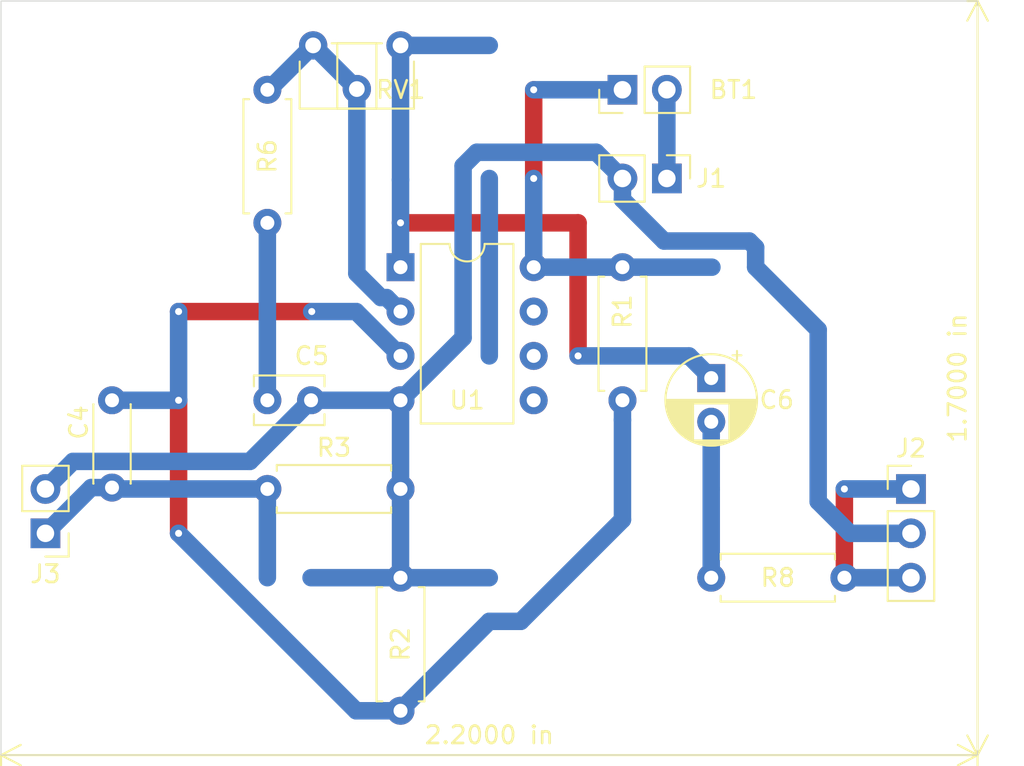
<source format=kicad_pcb>
(kicad_pcb (version 20171130) (host pcbnew "(5.1.5)-3")

  (general
    (thickness 1.6)
    (drawings 6)
    (tracks 88)
    (zones 0)
    (modules 14)
    (nets 11)
  )

  (page A4)
  (layers
    (0 F.Cu signal)
    (31 B.Cu signal)
    (32 B.Adhes user hide)
    (33 F.Adhes user hide)
    (34 B.Paste user hide)
    (35 F.Paste user hide)
    (36 B.SilkS user hide)
    (37 F.SilkS user)
    (38 B.Mask user hide)
    (39 F.Mask user hide)
    (40 Dwgs.User user hide)
    (41 Cmts.User user hide)
    (42 Eco1.User user hide)
    (43 Eco2.User user hide)
    (44 Edge.Cuts user)
    (45 Margin user hide)
    (46 B.CrtYd user hide)
    (47 F.CrtYd user hide)
    (48 B.Fab user hide)
    (49 F.Fab user hide)
  )

  (setup
    (last_trace_width 1)
    (trace_clearance 0.2)
    (zone_clearance 0.508)
    (zone_45_only no)
    (trace_min 0.2)
    (via_size 0.8)
    (via_drill 0.4)
    (via_min_size 0.4)
    (via_min_drill 0.3)
    (uvia_size 0.3)
    (uvia_drill 0.1)
    (uvias_allowed no)
    (uvia_min_size 0.2)
    (uvia_min_drill 0.1)
    (edge_width 0.05)
    (segment_width 0.2)
    (pcb_text_width 0.3)
    (pcb_text_size 1.5 1.5)
    (mod_edge_width 0.12)
    (mod_text_size 1 1)
    (mod_text_width 0.15)
    (pad_size 1.524 1.524)
    (pad_drill 0.762)
    (pad_to_mask_clearance 0.051)
    (solder_mask_min_width 0.25)
    (aux_axis_origin 0 0)
    (grid_origin 127 68.58)
    (visible_elements 7FFFEFFF)
    (pcbplotparams
      (layerselection 0x01020_ffffffff)
      (usegerberextensions false)
      (usegerberattributes false)
      (usegerberadvancedattributes false)
      (creategerberjobfile false)
      (excludeedgelayer true)
      (linewidth 0.100000)
      (plotframeref false)
      (viasonmask false)
      (mode 1)
      (useauxorigin false)
      (hpglpennumber 1)
      (hpglpenspeed 20)
      (hpglpendiameter 15.000000)
      (psnegative false)
      (psa4output false)
      (plotreference true)
      (plotvalue true)
      (plotinvisibletext false)
      (padsonsilk false)
      (subtractmaskfromsilk false)
      (outputformat 4)
      (mirror false)
      (drillshape 0)
      (scaleselection 1)
      (outputdirectory "minimal"))
  )

  (net 0 "")
  (net 1 "Net-(BT1-Pad2)")
  (net 2 /+9V)
  (net 3 GND)
  (net 4 "Net-(C4-Pad1)")
  (net 5 "Net-(C5-Pad1)")
  (net 6 "Net-(C6-Pad2)")
  (net 7 "Net-(C6-Pad1)")
  (net 8 "Net-(J2-Pad1)")
  (net 9 "Net-(R6-Pad1)")
  (net 10 "Net-(C4-Pad2)")

  (net_class Default "This is the default net class."
    (clearance 0.2)
    (trace_width 1)
    (via_dia 0.8)
    (via_drill 0.4)
    (uvia_dia 0.3)
    (uvia_drill 0.1)
    (add_net /+9V)
    (add_net GND)
    (add_net "Net-(BT1-Pad2)")
    (add_net "Net-(C4-Pad1)")
    (add_net "Net-(C4-Pad2)")
    (add_net "Net-(C5-Pad1)")
    (add_net "Net-(C6-Pad1)")
    (add_net "Net-(C6-Pad2)")
    (add_net "Net-(J2-Pad1)")
    (add_net "Net-(R6-Pad1)")
  )

  (module Capacitor_THT:C_Disc_D4.3mm_W1.9mm_P5.00mm (layer F.Cu) (tedit 5AE50EF0) (tstamp 5E840D5E)
    (at 133.35 91.44 270)
    (descr "C, Disc series, Radial, pin pitch=5.00mm, , diameter*width=4.3*1.9mm^2, Capacitor, http://www.vishay.com/docs/45233/krseries.pdf")
    (tags "C Disc series Radial pin pitch 5.00mm  diameter 4.3mm width 1.9mm Capacitor")
    (path /5E8C40C7)
    (fp_text reference C4 (at 1.27 1.905 90) (layer F.SilkS)
      (effects (font (size 1 1) (thickness 0.15)))
    )
    (fp_text value 100n (at 2.5 2.2 90) (layer F.Fab)
      (effects (font (size 1 1) (thickness 0.15)))
    )
    (fp_text user %R (at 2.5 0 90) (layer F.Fab)
      (effects (font (size 0.86 0.86) (thickness 0.129)))
    )
    (fp_line (start 6.05 -1.2) (end -1.05 -1.2) (layer F.CrtYd) (width 0.05))
    (fp_line (start 6.05 1.2) (end 6.05 -1.2) (layer F.CrtYd) (width 0.05))
    (fp_line (start -1.05 1.2) (end 6.05 1.2) (layer F.CrtYd) (width 0.05))
    (fp_line (start -1.05 -1.2) (end -1.05 1.2) (layer F.CrtYd) (width 0.05))
    (fp_line (start 4.77 1.055) (end 4.77 1.07) (layer F.SilkS) (width 0.12))
    (fp_line (start 4.77 -1.07) (end 4.77 -1.055) (layer F.SilkS) (width 0.12))
    (fp_line (start 0.23 1.055) (end 0.23 1.07) (layer F.SilkS) (width 0.12))
    (fp_line (start 0.23 -1.07) (end 0.23 -1.055) (layer F.SilkS) (width 0.12))
    (fp_line (start 0.23 1.07) (end 4.77 1.07) (layer F.SilkS) (width 0.12))
    (fp_line (start 0.23 -1.07) (end 4.77 -1.07) (layer F.SilkS) (width 0.12))
    (fp_line (start 4.65 -0.95) (end 0.35 -0.95) (layer F.Fab) (width 0.1))
    (fp_line (start 4.65 0.95) (end 4.65 -0.95) (layer F.Fab) (width 0.1))
    (fp_line (start 0.35 0.95) (end 4.65 0.95) (layer F.Fab) (width 0.1))
    (fp_line (start 0.35 -0.95) (end 0.35 0.95) (layer F.Fab) (width 0.1))
    (pad 2 thru_hole circle (at 5 0 270) (size 1.6 1.6) (drill 0.8) (layers *.Cu *.Mask)
      (net 10 "Net-(C4-Pad2)"))
    (pad 1 thru_hole circle (at 0 0 270) (size 1.6 1.6) (drill 0.8) (layers *.Cu *.Mask)
      (net 4 "Net-(C4-Pad1)"))
    (model ${KISYS3DMOD}/Capacitor_THT.3dshapes/C_Disc_D4.3mm_W1.9mm_P5.00mm.wrl
      (at (xyz 0 0 0))
      (scale (xyz 1 1 1))
      (rotate (xyz 0 0 0))
    )
  )

  (module Package_DIP:DIP-8_W7.62mm (layer F.Cu) (tedit 5A02E8C5) (tstamp 5E83D9B6)
    (at 149.86 83.82)
    (descr "8-lead though-hole mounted DIP package, row spacing 7.62 mm (300 mils)")
    (tags "THT DIP DIL PDIP 2.54mm 7.62mm 300mil")
    (path /5E8A2DA0)
    (fp_text reference U1 (at 3.81 7.62) (layer F.SilkS)
      (effects (font (size 1 1) (thickness 0.15)))
    )
    (fp_text value LM358 (at 3.81 9.95) (layer F.Fab)
      (effects (font (size 1 1) (thickness 0.15)))
    )
    (fp_text user %R (at 3.81 3.81) (layer F.Fab)
      (effects (font (size 1 1) (thickness 0.15)))
    )
    (fp_line (start 8.7 -1.55) (end -1.1 -1.55) (layer F.CrtYd) (width 0.05))
    (fp_line (start 8.7 9.15) (end 8.7 -1.55) (layer F.CrtYd) (width 0.05))
    (fp_line (start -1.1 9.15) (end 8.7 9.15) (layer F.CrtYd) (width 0.05))
    (fp_line (start -1.1 -1.55) (end -1.1 9.15) (layer F.CrtYd) (width 0.05))
    (fp_line (start 6.46 -1.33) (end 4.81 -1.33) (layer F.SilkS) (width 0.12))
    (fp_line (start 6.46 8.95) (end 6.46 -1.33) (layer F.SilkS) (width 0.12))
    (fp_line (start 1.16 8.95) (end 6.46 8.95) (layer F.SilkS) (width 0.12))
    (fp_line (start 1.16 -1.33) (end 1.16 8.95) (layer F.SilkS) (width 0.12))
    (fp_line (start 2.81 -1.33) (end 1.16 -1.33) (layer F.SilkS) (width 0.12))
    (fp_line (start 0.635 -0.27) (end 1.635 -1.27) (layer F.Fab) (width 0.1))
    (fp_line (start 0.635 8.89) (end 0.635 -0.27) (layer F.Fab) (width 0.1))
    (fp_line (start 6.985 8.89) (end 0.635 8.89) (layer F.Fab) (width 0.1))
    (fp_line (start 6.985 -1.27) (end 6.985 8.89) (layer F.Fab) (width 0.1))
    (fp_line (start 1.635 -1.27) (end 6.985 -1.27) (layer F.Fab) (width 0.1))
    (fp_arc (start 3.81 -1.33) (end 2.81 -1.33) (angle -180) (layer F.SilkS) (width 0.12))
    (pad 8 thru_hole oval (at 7.62 0) (size 1.6 1.6) (drill 0.8) (layers *.Cu *.Mask)
      (net 2 /+9V))
    (pad 4 thru_hole oval (at 0 7.62) (size 1.6 1.6) (drill 0.8) (layers *.Cu *.Mask)
      (net 3 GND))
    (pad 7 thru_hole oval (at 7.62 2.54) (size 1.6 1.6) (drill 0.8) (layers *.Cu *.Mask))
    (pad 3 thru_hole oval (at 0 5.08) (size 1.6 1.6) (drill 0.8) (layers *.Cu *.Mask)
      (net 4 "Net-(C4-Pad1)"))
    (pad 6 thru_hole oval (at 7.62 5.08) (size 1.6 1.6) (drill 0.8) (layers *.Cu *.Mask))
    (pad 2 thru_hole oval (at 0 2.54) (size 1.6 1.6) (drill 0.8) (layers *.Cu *.Mask)
      (net 9 "Net-(R6-Pad1)"))
    (pad 5 thru_hole oval (at 7.62 7.62) (size 1.6 1.6) (drill 0.8) (layers *.Cu *.Mask))
    (pad 1 thru_hole rect (at 0 0) (size 1.6 1.6) (drill 0.8) (layers *.Cu *.Mask)
      (net 7 "Net-(C6-Pad1)"))
    (model ${KISYS3DMOD}/Package_DIP.3dshapes/DIP-8_W7.62mm.wrl
      (at (xyz 0 0 0))
      (scale (xyz 1 1 1))
      (rotate (xyz 0 0 0))
    )
  )

  (module Potentiometer_THT:Potentiometer_ACP_CA6-H2,5_Horizontal (layer F.Cu) (tedit 5A3D4994) (tstamp 5E83FB56)
    (at 149.86 71.12 270)
    (descr "Potentiometer, horizontal, ACP CA6-H2,5, http://www.acptechnologies.com/wp-content/uploads/2017/06/01-ACP-CA6.pdf")
    (tags "Potentiometer horizontal ACP CA6-H2,5")
    (path /5E8D18B4)
    (fp_text reference RV1 (at 2.54 0 180) (layer F.SilkS)
      (effects (font (size 1 1) (thickness 0.15)))
    )
    (fp_text value 220k (at 0 7.06 90) (layer F.Fab)
      (effects (font (size 1 1) (thickness 0.15)))
    )
    (fp_text user %R (at 2.5 2.5 90) (layer F.Fab)
      (effects (font (size 0.78 0.78) (thickness 0.15)))
    )
    (fp_line (start 3.75 -1.1) (end -1.1 -1.1) (layer F.CrtYd) (width 0.05))
    (fp_line (start 3.75 6.1) (end 3.75 -1.1) (layer F.CrtYd) (width 0.05))
    (fp_line (start -1.1 6.1) (end 3.75 6.1) (layer F.CrtYd) (width 0.05))
    (fp_line (start -1.1 -1.1) (end -1.1 6.1) (layer F.CrtYd) (width 0.05))
    (fp_line (start 3.62 1.38) (end 3.62 3.62) (layer F.SilkS) (width 0.12))
    (fp_line (start -0.121 1.38) (end -0.121 3.62) (layer F.SilkS) (width 0.12))
    (fp_line (start -0.121 3.62) (end 3.62 3.62) (layer F.SilkS) (width 0.12))
    (fp_line (start -0.121 1.38) (end 3.62 1.38) (layer F.SilkS) (width 0.12))
    (fp_line (start -0.121 1.066) (end -0.121 3.935) (layer F.SilkS) (width 0.12))
    (fp_line (start 3.62 -0.77) (end 3.62 5.77) (layer F.SilkS) (width 0.12))
    (fp_line (start 0.925 5.77) (end 3.62 5.77) (layer F.SilkS) (width 0.12))
    (fp_line (start 0.925 -0.77) (end 3.62 -0.77) (layer F.SilkS) (width 0.12))
    (fp_line (start 3.5 1.5) (end 0 1.5) (layer F.Fab) (width 0.1))
    (fp_line (start 3.5 3.5) (end 3.5 1.5) (layer F.Fab) (width 0.1))
    (fp_line (start 0 3.5) (end 3.5 3.5) (layer F.Fab) (width 0.1))
    (fp_line (start 0 1.5) (end 0 3.5) (layer F.Fab) (width 0.1))
    (fp_line (start 0 -0.65) (end 3.5 -0.65) (layer F.Fab) (width 0.1))
    (fp_line (start 0 5.65) (end 0 -0.65) (layer F.Fab) (width 0.1))
    (fp_line (start 3.5 5.65) (end 0 5.65) (layer F.Fab) (width 0.1))
    (fp_line (start 3.5 -0.65) (end 3.5 5.65) (layer F.Fab) (width 0.1))
    (pad 1 thru_hole circle (at 0 0 270) (size 1.62 1.62) (drill 0.9) (layers *.Cu *.Mask)
      (net 7 "Net-(C6-Pad1)"))
    (pad 2 thru_hole circle (at 2.5 2.5 270) (size 1.62 1.62) (drill 0.9) (layers *.Cu *.Mask)
      (net 9 "Net-(R6-Pad1)"))
    (pad 3 thru_hole circle (at 0 5 270) (size 1.62 1.62) (drill 0.9) (layers *.Cu *.Mask)
      (net 9 "Net-(R6-Pad1)"))
    (model ${KISYS3DMOD}/Potentiometer_THT.3dshapes/Potentiometer_ACP_CA6-H2,5_Horizontal.wrl
      (at (xyz 0 0 0))
      (scale (xyz 1 1 1))
      (rotate (xyz 0 0 0))
    )
  )

  (module Resistor_THT:R_Axial_DIN0207_L6.3mm_D2.5mm_P7.62mm_Horizontal (layer F.Cu) (tedit 5AE5139B) (tstamp 5E83D967)
    (at 175.26 101.6 180)
    (descr "Resistor, Axial_DIN0207 series, Axial, Horizontal, pin pitch=7.62mm, 0.25W = 1/4W, length*diameter=6.3*2.5mm^2, http://cdn-reichelt.de/documents/datenblatt/B400/1_4W%23YAG.pdf")
    (tags "Resistor Axial_DIN0207 series Axial Horizontal pin pitch 7.62mm 0.25W = 1/4W length 6.3mm diameter 2.5mm")
    (path /5E8E30EB)
    (fp_text reference R8 (at 3.81 0) (layer F.SilkS)
      (effects (font (size 1 1) (thickness 0.15)))
    )
    (fp_text value 50 (at 3.81 2.37) (layer F.Fab)
      (effects (font (size 1 1) (thickness 0.15)))
    )
    (fp_text user %R (at 3.81 0) (layer F.Fab)
      (effects (font (size 1 1) (thickness 0.15)))
    )
    (fp_line (start 8.67 -1.5) (end -1.05 -1.5) (layer F.CrtYd) (width 0.05))
    (fp_line (start 8.67 1.5) (end 8.67 -1.5) (layer F.CrtYd) (width 0.05))
    (fp_line (start -1.05 1.5) (end 8.67 1.5) (layer F.CrtYd) (width 0.05))
    (fp_line (start -1.05 -1.5) (end -1.05 1.5) (layer F.CrtYd) (width 0.05))
    (fp_line (start 7.08 1.37) (end 7.08 1.04) (layer F.SilkS) (width 0.12))
    (fp_line (start 0.54 1.37) (end 7.08 1.37) (layer F.SilkS) (width 0.12))
    (fp_line (start 0.54 1.04) (end 0.54 1.37) (layer F.SilkS) (width 0.12))
    (fp_line (start 7.08 -1.37) (end 7.08 -1.04) (layer F.SilkS) (width 0.12))
    (fp_line (start 0.54 -1.37) (end 7.08 -1.37) (layer F.SilkS) (width 0.12))
    (fp_line (start 0.54 -1.04) (end 0.54 -1.37) (layer F.SilkS) (width 0.12))
    (fp_line (start 7.62 0) (end 6.96 0) (layer F.Fab) (width 0.1))
    (fp_line (start 0 0) (end 0.66 0) (layer F.Fab) (width 0.1))
    (fp_line (start 6.96 -1.25) (end 0.66 -1.25) (layer F.Fab) (width 0.1))
    (fp_line (start 6.96 1.25) (end 6.96 -1.25) (layer F.Fab) (width 0.1))
    (fp_line (start 0.66 1.25) (end 6.96 1.25) (layer F.Fab) (width 0.1))
    (fp_line (start 0.66 -1.25) (end 0.66 1.25) (layer F.Fab) (width 0.1))
    (pad 2 thru_hole oval (at 7.62 0 180) (size 1.6 1.6) (drill 0.8) (layers *.Cu *.Mask)
      (net 6 "Net-(C6-Pad2)"))
    (pad 1 thru_hole circle (at 0 0 180) (size 1.6 1.6) (drill 0.8) (layers *.Cu *.Mask)
      (net 8 "Net-(J2-Pad1)"))
    (model ${KISYS3DMOD}/Resistor_THT.3dshapes/R_Axial_DIN0207_L6.3mm_D2.5mm_P7.62mm_Horizontal.wrl
      (at (xyz 0 0 0))
      (scale (xyz 1 1 1))
      (rotate (xyz 0 0 0))
    )
  )

  (module Resistor_THT:R_Axial_DIN0207_L6.3mm_D2.5mm_P7.62mm_Horizontal (layer F.Cu) (tedit 5AE5139B) (tstamp 5E83D939)
    (at 142.24 73.66 270)
    (descr "Resistor, Axial_DIN0207 series, Axial, Horizontal, pin pitch=7.62mm, 0.25W = 1/4W, length*diameter=6.3*2.5mm^2, http://cdn-reichelt.de/documents/datenblatt/B400/1_4W%23YAG.pdf")
    (tags "Resistor Axial_DIN0207 series Axial Horizontal pin pitch 7.62mm 0.25W = 1/4W length 6.3mm diameter 2.5mm")
    (path /5E8D3C22)
    (fp_text reference R6 (at 3.81 0 90) (layer F.SilkS)
      (effects (font (size 1 1) (thickness 0.15)))
    )
    (fp_text value 100k (at 3.81 2.37 90) (layer F.Fab)
      (effects (font (size 1 1) (thickness 0.15)))
    )
    (fp_text user %R (at 3.81 0 90) (layer F.Fab)
      (effects (font (size 1 1) (thickness 0.15)))
    )
    (fp_line (start 8.67 -1.5) (end -1.05 -1.5) (layer F.CrtYd) (width 0.05))
    (fp_line (start 8.67 1.5) (end 8.67 -1.5) (layer F.CrtYd) (width 0.05))
    (fp_line (start -1.05 1.5) (end 8.67 1.5) (layer F.CrtYd) (width 0.05))
    (fp_line (start -1.05 -1.5) (end -1.05 1.5) (layer F.CrtYd) (width 0.05))
    (fp_line (start 7.08 1.37) (end 7.08 1.04) (layer F.SilkS) (width 0.12))
    (fp_line (start 0.54 1.37) (end 7.08 1.37) (layer F.SilkS) (width 0.12))
    (fp_line (start 0.54 1.04) (end 0.54 1.37) (layer F.SilkS) (width 0.12))
    (fp_line (start 7.08 -1.37) (end 7.08 -1.04) (layer F.SilkS) (width 0.12))
    (fp_line (start 0.54 -1.37) (end 7.08 -1.37) (layer F.SilkS) (width 0.12))
    (fp_line (start 0.54 -1.04) (end 0.54 -1.37) (layer F.SilkS) (width 0.12))
    (fp_line (start 7.62 0) (end 6.96 0) (layer F.Fab) (width 0.1))
    (fp_line (start 0 0) (end 0.66 0) (layer F.Fab) (width 0.1))
    (fp_line (start 6.96 -1.25) (end 0.66 -1.25) (layer F.Fab) (width 0.1))
    (fp_line (start 6.96 1.25) (end 6.96 -1.25) (layer F.Fab) (width 0.1))
    (fp_line (start 0.66 1.25) (end 6.96 1.25) (layer F.Fab) (width 0.1))
    (fp_line (start 0.66 -1.25) (end 0.66 1.25) (layer F.Fab) (width 0.1))
    (pad 2 thru_hole oval (at 7.62 0 270) (size 1.6 1.6) (drill 0.8) (layers *.Cu *.Mask)
      (net 5 "Net-(C5-Pad1)"))
    (pad 1 thru_hole circle (at 0 0 270) (size 1.6 1.6) (drill 0.8) (layers *.Cu *.Mask)
      (net 9 "Net-(R6-Pad1)"))
    (model ${KISYS3DMOD}/Resistor_THT.3dshapes/R_Axial_DIN0207_L6.3mm_D2.5mm_P7.62mm_Horizontal.wrl
      (at (xyz 0 0 0))
      (scale (xyz 1 1 1))
      (rotate (xyz 0 0 0))
    )
  )

  (module Resistor_THT:R_Axial_DIN0207_L6.3mm_D2.5mm_P7.62mm_Horizontal (layer F.Cu) (tedit 5AE5139B) (tstamp 5E83D8DD)
    (at 149.86 109.22 90)
    (descr "Resistor, Axial_DIN0207 series, Axial, Horizontal, pin pitch=7.62mm, 0.25W = 1/4W, length*diameter=6.3*2.5mm^2, http://cdn-reichelt.de/documents/datenblatt/B400/1_4W%23YAG.pdf")
    (tags "Resistor Axial_DIN0207 series Axial Horizontal pin pitch 7.62mm 0.25W = 1/4W length 6.3mm diameter 2.5mm")
    (path /5E89E222)
    (fp_text reference R2 (at 3.81 0 90) (layer F.SilkS)
      (effects (font (size 1 1) (thickness 0.15)))
    )
    (fp_text value 1M (at 3.81 2.37 90) (layer F.Fab)
      (effects (font (size 1 1) (thickness 0.15)))
    )
    (fp_text user %R (at 3.81 0 90) (layer F.Fab)
      (effects (font (size 1 1) (thickness 0.15)))
    )
    (fp_line (start 8.67 -1.5) (end -1.05 -1.5) (layer F.CrtYd) (width 0.05))
    (fp_line (start 8.67 1.5) (end 8.67 -1.5) (layer F.CrtYd) (width 0.05))
    (fp_line (start -1.05 1.5) (end 8.67 1.5) (layer F.CrtYd) (width 0.05))
    (fp_line (start -1.05 -1.5) (end -1.05 1.5) (layer F.CrtYd) (width 0.05))
    (fp_line (start 7.08 1.37) (end 7.08 1.04) (layer F.SilkS) (width 0.12))
    (fp_line (start 0.54 1.37) (end 7.08 1.37) (layer F.SilkS) (width 0.12))
    (fp_line (start 0.54 1.04) (end 0.54 1.37) (layer F.SilkS) (width 0.12))
    (fp_line (start 7.08 -1.37) (end 7.08 -1.04) (layer F.SilkS) (width 0.12))
    (fp_line (start 0.54 -1.37) (end 7.08 -1.37) (layer F.SilkS) (width 0.12))
    (fp_line (start 0.54 -1.04) (end 0.54 -1.37) (layer F.SilkS) (width 0.12))
    (fp_line (start 7.62 0) (end 6.96 0) (layer F.Fab) (width 0.1))
    (fp_line (start 0 0) (end 0.66 0) (layer F.Fab) (width 0.1))
    (fp_line (start 6.96 -1.25) (end 0.66 -1.25) (layer F.Fab) (width 0.1))
    (fp_line (start 6.96 1.25) (end 6.96 -1.25) (layer F.Fab) (width 0.1))
    (fp_line (start 0.66 1.25) (end 6.96 1.25) (layer F.Fab) (width 0.1))
    (fp_line (start 0.66 -1.25) (end 0.66 1.25) (layer F.Fab) (width 0.1))
    (pad 2 thru_hole oval (at 7.62 0 90) (size 1.6 1.6) (drill 0.8) (layers *.Cu *.Mask)
      (net 3 GND))
    (pad 1 thru_hole circle (at 0 0 90) (size 1.6 1.6) (drill 0.8) (layers *.Cu *.Mask)
      (net 4 "Net-(C4-Pad1)"))
    (model ${KISYS3DMOD}/Resistor_THT.3dshapes/R_Axial_DIN0207_L6.3mm_D2.5mm_P7.62mm_Horizontal.wrl
      (at (xyz 0 0 0))
      (scale (xyz 1 1 1))
      (rotate (xyz 0 0 0))
    )
  )

  (module Resistor_THT:R_Axial_DIN0207_L6.3mm_D2.5mm_P7.62mm_Horizontal (layer F.Cu) (tedit 5AE5139B) (tstamp 5E83D8C6)
    (at 162.56 83.82 270)
    (descr "Resistor, Axial_DIN0207 series, Axial, Horizontal, pin pitch=7.62mm, 0.25W = 1/4W, length*diameter=6.3*2.5mm^2, http://cdn-reichelt.de/documents/datenblatt/B400/1_4W%23YAG.pdf")
    (tags "Resistor Axial_DIN0207 series Axial Horizontal pin pitch 7.62mm 0.25W = 1/4W length 6.3mm diameter 2.5mm")
    (path /5E89DB39)
    (fp_text reference R1 (at 2.54 0 90) (layer F.SilkS)
      (effects (font (size 1 1) (thickness 0.15)))
    )
    (fp_text value 1M (at 3.81 2.37 90) (layer F.Fab)
      (effects (font (size 1 1) (thickness 0.15)))
    )
    (fp_text user %R (at 3.81 0 90) (layer F.Fab)
      (effects (font (size 1 1) (thickness 0.15)))
    )
    (fp_line (start 8.67 -1.5) (end -1.05 -1.5) (layer F.CrtYd) (width 0.05))
    (fp_line (start 8.67 1.5) (end 8.67 -1.5) (layer F.CrtYd) (width 0.05))
    (fp_line (start -1.05 1.5) (end 8.67 1.5) (layer F.CrtYd) (width 0.05))
    (fp_line (start -1.05 -1.5) (end -1.05 1.5) (layer F.CrtYd) (width 0.05))
    (fp_line (start 7.08 1.37) (end 7.08 1.04) (layer F.SilkS) (width 0.12))
    (fp_line (start 0.54 1.37) (end 7.08 1.37) (layer F.SilkS) (width 0.12))
    (fp_line (start 0.54 1.04) (end 0.54 1.37) (layer F.SilkS) (width 0.12))
    (fp_line (start 7.08 -1.37) (end 7.08 -1.04) (layer F.SilkS) (width 0.12))
    (fp_line (start 0.54 -1.37) (end 7.08 -1.37) (layer F.SilkS) (width 0.12))
    (fp_line (start 0.54 -1.04) (end 0.54 -1.37) (layer F.SilkS) (width 0.12))
    (fp_line (start 7.62 0) (end 6.96 0) (layer F.Fab) (width 0.1))
    (fp_line (start 0 0) (end 0.66 0) (layer F.Fab) (width 0.1))
    (fp_line (start 6.96 -1.25) (end 0.66 -1.25) (layer F.Fab) (width 0.1))
    (fp_line (start 6.96 1.25) (end 6.96 -1.25) (layer F.Fab) (width 0.1))
    (fp_line (start 0.66 1.25) (end 6.96 1.25) (layer F.Fab) (width 0.1))
    (fp_line (start 0.66 -1.25) (end 0.66 1.25) (layer F.Fab) (width 0.1))
    (pad 2 thru_hole oval (at 7.62 0 270) (size 1.6 1.6) (drill 0.8) (layers *.Cu *.Mask)
      (net 4 "Net-(C4-Pad1)"))
    (pad 1 thru_hole circle (at 0 0 270) (size 1.6 1.6) (drill 0.8) (layers *.Cu *.Mask)
      (net 2 /+9V))
    (model ${KISYS3DMOD}/Resistor_THT.3dshapes/R_Axial_DIN0207_L6.3mm_D2.5mm_P7.62mm_Horizontal.wrl
      (at (xyz 0 0 0))
      (scale (xyz 1 1 1))
      (rotate (xyz 0 0 0))
    )
  )

  (module Connector_PinHeader_2.54mm:PinHeader_1x02_P2.54mm_Vertical (layer F.Cu) (tedit 59FED5CC) (tstamp 5E83D8AF)
    (at 129.54 99.06 180)
    (descr "Through hole straight pin header, 1x02, 2.54mm pitch, single row")
    (tags "Through hole pin header THT 1x02 2.54mm single row")
    (path /5E84F976)
    (fp_text reference J3 (at 0 -2.33) (layer F.SilkS)
      (effects (font (size 1 1) (thickness 0.15)))
    )
    (fp_text value Conn_01x02_Male (at 0 4.87) (layer F.Fab)
      (effects (font (size 1 1) (thickness 0.15)))
    )
    (fp_text user %R (at 0 1.27 90) (layer F.Fab)
      (effects (font (size 1 1) (thickness 0.15)))
    )
    (fp_line (start 1.8 -1.8) (end -1.8 -1.8) (layer F.CrtYd) (width 0.05))
    (fp_line (start 1.8 4.35) (end 1.8 -1.8) (layer F.CrtYd) (width 0.05))
    (fp_line (start -1.8 4.35) (end 1.8 4.35) (layer F.CrtYd) (width 0.05))
    (fp_line (start -1.8 -1.8) (end -1.8 4.35) (layer F.CrtYd) (width 0.05))
    (fp_line (start -1.33 -1.33) (end 0 -1.33) (layer F.SilkS) (width 0.12))
    (fp_line (start -1.33 0) (end -1.33 -1.33) (layer F.SilkS) (width 0.12))
    (fp_line (start -1.33 1.27) (end 1.33 1.27) (layer F.SilkS) (width 0.12))
    (fp_line (start 1.33 1.27) (end 1.33 3.87) (layer F.SilkS) (width 0.12))
    (fp_line (start -1.33 1.27) (end -1.33 3.87) (layer F.SilkS) (width 0.12))
    (fp_line (start -1.33 3.87) (end 1.33 3.87) (layer F.SilkS) (width 0.12))
    (fp_line (start -1.27 -0.635) (end -0.635 -1.27) (layer F.Fab) (width 0.1))
    (fp_line (start -1.27 3.81) (end -1.27 -0.635) (layer F.Fab) (width 0.1))
    (fp_line (start 1.27 3.81) (end -1.27 3.81) (layer F.Fab) (width 0.1))
    (fp_line (start 1.27 -1.27) (end 1.27 3.81) (layer F.Fab) (width 0.1))
    (fp_line (start -0.635 -1.27) (end 1.27 -1.27) (layer F.Fab) (width 0.1))
    (pad 2 thru_hole oval (at 0 2.54 180) (size 1.7 1.7) (drill 1) (layers *.Cu *.Mask)
      (net 3 GND))
    (pad 1 thru_hole rect (at 0 0 180) (size 1.7 1.7) (drill 1) (layers *.Cu *.Mask)
      (net 10 "Net-(C4-Pad2)"))
    (model ${KISYS3DMOD}/Connector_PinHeader_2.54mm.3dshapes/PinHeader_1x02_P2.54mm_Vertical.wrl
      (at (xyz 0 0 0))
      (scale (xyz 1 1 1))
      (rotate (xyz 0 0 0))
    )
  )

  (module Connector_PinHeader_2.54mm:PinHeader_1x03_P2.54mm_Vertical (layer F.Cu) (tedit 59FED5CC) (tstamp 5E83D899)
    (at 179.07 96.52)
    (descr "Through hole straight pin header, 1x03, 2.54mm pitch, single row")
    (tags "Through hole pin header THT 1x03 2.54mm single row")
    (path /5E8E0CC6)
    (fp_text reference J2 (at 0 -2.33) (layer F.SilkS)
      (effects (font (size 1 1) (thickness 0.15)))
    )
    (fp_text value Conn_01x03_Male (at 0 7.41) (layer F.Fab)
      (effects (font (size 1 1) (thickness 0.15)))
    )
    (fp_text user %R (at 0 2.54 90) (layer F.Fab)
      (effects (font (size 1 1) (thickness 0.15)))
    )
    (fp_line (start 1.8 -1.8) (end -1.8 -1.8) (layer F.CrtYd) (width 0.05))
    (fp_line (start 1.8 6.85) (end 1.8 -1.8) (layer F.CrtYd) (width 0.05))
    (fp_line (start -1.8 6.85) (end 1.8 6.85) (layer F.CrtYd) (width 0.05))
    (fp_line (start -1.8 -1.8) (end -1.8 6.85) (layer F.CrtYd) (width 0.05))
    (fp_line (start -1.33 -1.33) (end 0 -1.33) (layer F.SilkS) (width 0.12))
    (fp_line (start -1.33 0) (end -1.33 -1.33) (layer F.SilkS) (width 0.12))
    (fp_line (start -1.33 1.27) (end 1.33 1.27) (layer F.SilkS) (width 0.12))
    (fp_line (start 1.33 1.27) (end 1.33 6.41) (layer F.SilkS) (width 0.12))
    (fp_line (start -1.33 1.27) (end -1.33 6.41) (layer F.SilkS) (width 0.12))
    (fp_line (start -1.33 6.41) (end 1.33 6.41) (layer F.SilkS) (width 0.12))
    (fp_line (start -1.27 -0.635) (end -0.635 -1.27) (layer F.Fab) (width 0.1))
    (fp_line (start -1.27 6.35) (end -1.27 -0.635) (layer F.Fab) (width 0.1))
    (fp_line (start 1.27 6.35) (end -1.27 6.35) (layer F.Fab) (width 0.1))
    (fp_line (start 1.27 -1.27) (end 1.27 6.35) (layer F.Fab) (width 0.1))
    (fp_line (start -0.635 -1.27) (end 1.27 -1.27) (layer F.Fab) (width 0.1))
    (pad 3 thru_hole oval (at 0 5.08) (size 1.7 1.7) (drill 1) (layers *.Cu *.Mask)
      (net 8 "Net-(J2-Pad1)"))
    (pad 2 thru_hole oval (at 0 2.54) (size 1.7 1.7) (drill 1) (layers *.Cu *.Mask)
      (net 3 GND))
    (pad 1 thru_hole rect (at 0 0) (size 1.7 1.7) (drill 1) (layers *.Cu *.Mask)
      (net 8 "Net-(J2-Pad1)"))
    (model ${KISYS3DMOD}/Connector_PinHeader_2.54mm.3dshapes/PinHeader_1x03_P2.54mm_Vertical.wrl
      (at (xyz 0 0 0))
      (scale (xyz 1 1 1))
      (rotate (xyz 0 0 0))
    )
  )

  (module Connector_PinHeader_2.54mm:PinHeader_1x02_P2.54mm_Vertical (layer F.Cu) (tedit 59FED5CC) (tstamp 5E83D882)
    (at 165.1 78.74 270)
    (descr "Through hole straight pin header, 1x02, 2.54mm pitch, single row")
    (tags "Through hole pin header THT 1x02 2.54mm single row")
    (path /5E81264D)
    (fp_text reference J1 (at 0 -2.54 180) (layer F.SilkS)
      (effects (font (size 1 1) (thickness 0.15)))
    )
    (fp_text value Conn_01x02_Male (at 0 4.87 90) (layer F.Fab)
      (effects (font (size 1 1) (thickness 0.15)))
    )
    (fp_text user %R (at 0 1.27) (layer F.Fab)
      (effects (font (size 1 1) (thickness 0.15)))
    )
    (fp_line (start 1.8 -1.8) (end -1.8 -1.8) (layer F.CrtYd) (width 0.05))
    (fp_line (start 1.8 4.35) (end 1.8 -1.8) (layer F.CrtYd) (width 0.05))
    (fp_line (start -1.8 4.35) (end 1.8 4.35) (layer F.CrtYd) (width 0.05))
    (fp_line (start -1.8 -1.8) (end -1.8 4.35) (layer F.CrtYd) (width 0.05))
    (fp_line (start -1.33 -1.33) (end 0 -1.33) (layer F.SilkS) (width 0.12))
    (fp_line (start -1.33 0) (end -1.33 -1.33) (layer F.SilkS) (width 0.12))
    (fp_line (start -1.33 1.27) (end 1.33 1.27) (layer F.SilkS) (width 0.12))
    (fp_line (start 1.33 1.27) (end 1.33 3.87) (layer F.SilkS) (width 0.12))
    (fp_line (start -1.33 1.27) (end -1.33 3.87) (layer F.SilkS) (width 0.12))
    (fp_line (start -1.33 3.87) (end 1.33 3.87) (layer F.SilkS) (width 0.12))
    (fp_line (start -1.27 -0.635) (end -0.635 -1.27) (layer F.Fab) (width 0.1))
    (fp_line (start -1.27 3.81) (end -1.27 -0.635) (layer F.Fab) (width 0.1))
    (fp_line (start 1.27 3.81) (end -1.27 3.81) (layer F.Fab) (width 0.1))
    (fp_line (start 1.27 -1.27) (end 1.27 3.81) (layer F.Fab) (width 0.1))
    (fp_line (start -0.635 -1.27) (end 1.27 -1.27) (layer F.Fab) (width 0.1))
    (pad 2 thru_hole oval (at 0 2.54 270) (size 1.7 1.7) (drill 1) (layers *.Cu *.Mask)
      (net 3 GND))
    (pad 1 thru_hole rect (at 0 0 270) (size 1.7 1.7) (drill 1) (layers *.Cu *.Mask)
      (net 1 "Net-(BT1-Pad2)"))
    (model ${KISYS3DMOD}/Connector_PinHeader_2.54mm.3dshapes/PinHeader_1x02_P2.54mm_Vertical.wrl
      (at (xyz 0 0 0))
      (scale (xyz 1 1 1))
      (rotate (xyz 0 0 0))
    )
  )

  (module Capacitor_THT:CP_Radial_D5.0mm_P2.50mm (layer F.Cu) (tedit 5AE50EF0) (tstamp 5E83D86C)
    (at 167.64 90.17 270)
    (descr "CP, Radial series, Radial, pin pitch=2.50mm, , diameter=5mm, Electrolytic Capacitor")
    (tags "CP Radial series Radial pin pitch 2.50mm  diameter 5mm Electrolytic Capacitor")
    (path /5E8DD33E)
    (fp_text reference C6 (at 1.25 -3.75 180) (layer F.SilkS)
      (effects (font (size 1 1) (thickness 0.15)))
    )
    (fp_text value 100u (at 1.25 3.75 90) (layer F.Fab)
      (effects (font (size 1 1) (thickness 0.15)))
    )
    (fp_text user %R (at 1.25 0 90) (layer F.Fab)
      (effects (font (size 1 1) (thickness 0.15)))
    )
    (fp_line (start -1.304775 -1.725) (end -1.304775 -1.225) (layer F.SilkS) (width 0.12))
    (fp_line (start -1.554775 -1.475) (end -1.054775 -1.475) (layer F.SilkS) (width 0.12))
    (fp_line (start 3.851 -0.284) (end 3.851 0.284) (layer F.SilkS) (width 0.12))
    (fp_line (start 3.811 -0.518) (end 3.811 0.518) (layer F.SilkS) (width 0.12))
    (fp_line (start 3.771 -0.677) (end 3.771 0.677) (layer F.SilkS) (width 0.12))
    (fp_line (start 3.731 -0.805) (end 3.731 0.805) (layer F.SilkS) (width 0.12))
    (fp_line (start 3.691 -0.915) (end 3.691 0.915) (layer F.SilkS) (width 0.12))
    (fp_line (start 3.651 -1.011) (end 3.651 1.011) (layer F.SilkS) (width 0.12))
    (fp_line (start 3.611 -1.098) (end 3.611 1.098) (layer F.SilkS) (width 0.12))
    (fp_line (start 3.571 -1.178) (end 3.571 1.178) (layer F.SilkS) (width 0.12))
    (fp_line (start 3.531 1.04) (end 3.531 1.251) (layer F.SilkS) (width 0.12))
    (fp_line (start 3.531 -1.251) (end 3.531 -1.04) (layer F.SilkS) (width 0.12))
    (fp_line (start 3.491 1.04) (end 3.491 1.319) (layer F.SilkS) (width 0.12))
    (fp_line (start 3.491 -1.319) (end 3.491 -1.04) (layer F.SilkS) (width 0.12))
    (fp_line (start 3.451 1.04) (end 3.451 1.383) (layer F.SilkS) (width 0.12))
    (fp_line (start 3.451 -1.383) (end 3.451 -1.04) (layer F.SilkS) (width 0.12))
    (fp_line (start 3.411 1.04) (end 3.411 1.443) (layer F.SilkS) (width 0.12))
    (fp_line (start 3.411 -1.443) (end 3.411 -1.04) (layer F.SilkS) (width 0.12))
    (fp_line (start 3.371 1.04) (end 3.371 1.5) (layer F.SilkS) (width 0.12))
    (fp_line (start 3.371 -1.5) (end 3.371 -1.04) (layer F.SilkS) (width 0.12))
    (fp_line (start 3.331 1.04) (end 3.331 1.554) (layer F.SilkS) (width 0.12))
    (fp_line (start 3.331 -1.554) (end 3.331 -1.04) (layer F.SilkS) (width 0.12))
    (fp_line (start 3.291 1.04) (end 3.291 1.605) (layer F.SilkS) (width 0.12))
    (fp_line (start 3.291 -1.605) (end 3.291 -1.04) (layer F.SilkS) (width 0.12))
    (fp_line (start 3.251 1.04) (end 3.251 1.653) (layer F.SilkS) (width 0.12))
    (fp_line (start 3.251 -1.653) (end 3.251 -1.04) (layer F.SilkS) (width 0.12))
    (fp_line (start 3.211 1.04) (end 3.211 1.699) (layer F.SilkS) (width 0.12))
    (fp_line (start 3.211 -1.699) (end 3.211 -1.04) (layer F.SilkS) (width 0.12))
    (fp_line (start 3.171 1.04) (end 3.171 1.743) (layer F.SilkS) (width 0.12))
    (fp_line (start 3.171 -1.743) (end 3.171 -1.04) (layer F.SilkS) (width 0.12))
    (fp_line (start 3.131 1.04) (end 3.131 1.785) (layer F.SilkS) (width 0.12))
    (fp_line (start 3.131 -1.785) (end 3.131 -1.04) (layer F.SilkS) (width 0.12))
    (fp_line (start 3.091 1.04) (end 3.091 1.826) (layer F.SilkS) (width 0.12))
    (fp_line (start 3.091 -1.826) (end 3.091 -1.04) (layer F.SilkS) (width 0.12))
    (fp_line (start 3.051 1.04) (end 3.051 1.864) (layer F.SilkS) (width 0.12))
    (fp_line (start 3.051 -1.864) (end 3.051 -1.04) (layer F.SilkS) (width 0.12))
    (fp_line (start 3.011 1.04) (end 3.011 1.901) (layer F.SilkS) (width 0.12))
    (fp_line (start 3.011 -1.901) (end 3.011 -1.04) (layer F.SilkS) (width 0.12))
    (fp_line (start 2.971 1.04) (end 2.971 1.937) (layer F.SilkS) (width 0.12))
    (fp_line (start 2.971 -1.937) (end 2.971 -1.04) (layer F.SilkS) (width 0.12))
    (fp_line (start 2.931 1.04) (end 2.931 1.971) (layer F.SilkS) (width 0.12))
    (fp_line (start 2.931 -1.971) (end 2.931 -1.04) (layer F.SilkS) (width 0.12))
    (fp_line (start 2.891 1.04) (end 2.891 2.004) (layer F.SilkS) (width 0.12))
    (fp_line (start 2.891 -2.004) (end 2.891 -1.04) (layer F.SilkS) (width 0.12))
    (fp_line (start 2.851 1.04) (end 2.851 2.035) (layer F.SilkS) (width 0.12))
    (fp_line (start 2.851 -2.035) (end 2.851 -1.04) (layer F.SilkS) (width 0.12))
    (fp_line (start 2.811 1.04) (end 2.811 2.065) (layer F.SilkS) (width 0.12))
    (fp_line (start 2.811 -2.065) (end 2.811 -1.04) (layer F.SilkS) (width 0.12))
    (fp_line (start 2.771 1.04) (end 2.771 2.095) (layer F.SilkS) (width 0.12))
    (fp_line (start 2.771 -2.095) (end 2.771 -1.04) (layer F.SilkS) (width 0.12))
    (fp_line (start 2.731 1.04) (end 2.731 2.122) (layer F.SilkS) (width 0.12))
    (fp_line (start 2.731 -2.122) (end 2.731 -1.04) (layer F.SilkS) (width 0.12))
    (fp_line (start 2.691 1.04) (end 2.691 2.149) (layer F.SilkS) (width 0.12))
    (fp_line (start 2.691 -2.149) (end 2.691 -1.04) (layer F.SilkS) (width 0.12))
    (fp_line (start 2.651 1.04) (end 2.651 2.175) (layer F.SilkS) (width 0.12))
    (fp_line (start 2.651 -2.175) (end 2.651 -1.04) (layer F.SilkS) (width 0.12))
    (fp_line (start 2.611 1.04) (end 2.611 2.2) (layer F.SilkS) (width 0.12))
    (fp_line (start 2.611 -2.2) (end 2.611 -1.04) (layer F.SilkS) (width 0.12))
    (fp_line (start 2.571 1.04) (end 2.571 2.224) (layer F.SilkS) (width 0.12))
    (fp_line (start 2.571 -2.224) (end 2.571 -1.04) (layer F.SilkS) (width 0.12))
    (fp_line (start 2.531 1.04) (end 2.531 2.247) (layer F.SilkS) (width 0.12))
    (fp_line (start 2.531 -2.247) (end 2.531 -1.04) (layer F.SilkS) (width 0.12))
    (fp_line (start 2.491 1.04) (end 2.491 2.268) (layer F.SilkS) (width 0.12))
    (fp_line (start 2.491 -2.268) (end 2.491 -1.04) (layer F.SilkS) (width 0.12))
    (fp_line (start 2.451 1.04) (end 2.451 2.29) (layer F.SilkS) (width 0.12))
    (fp_line (start 2.451 -2.29) (end 2.451 -1.04) (layer F.SilkS) (width 0.12))
    (fp_line (start 2.411 1.04) (end 2.411 2.31) (layer F.SilkS) (width 0.12))
    (fp_line (start 2.411 -2.31) (end 2.411 -1.04) (layer F.SilkS) (width 0.12))
    (fp_line (start 2.371 1.04) (end 2.371 2.329) (layer F.SilkS) (width 0.12))
    (fp_line (start 2.371 -2.329) (end 2.371 -1.04) (layer F.SilkS) (width 0.12))
    (fp_line (start 2.331 1.04) (end 2.331 2.348) (layer F.SilkS) (width 0.12))
    (fp_line (start 2.331 -2.348) (end 2.331 -1.04) (layer F.SilkS) (width 0.12))
    (fp_line (start 2.291 1.04) (end 2.291 2.365) (layer F.SilkS) (width 0.12))
    (fp_line (start 2.291 -2.365) (end 2.291 -1.04) (layer F.SilkS) (width 0.12))
    (fp_line (start 2.251 1.04) (end 2.251 2.382) (layer F.SilkS) (width 0.12))
    (fp_line (start 2.251 -2.382) (end 2.251 -1.04) (layer F.SilkS) (width 0.12))
    (fp_line (start 2.211 1.04) (end 2.211 2.398) (layer F.SilkS) (width 0.12))
    (fp_line (start 2.211 -2.398) (end 2.211 -1.04) (layer F.SilkS) (width 0.12))
    (fp_line (start 2.171 1.04) (end 2.171 2.414) (layer F.SilkS) (width 0.12))
    (fp_line (start 2.171 -2.414) (end 2.171 -1.04) (layer F.SilkS) (width 0.12))
    (fp_line (start 2.131 1.04) (end 2.131 2.428) (layer F.SilkS) (width 0.12))
    (fp_line (start 2.131 -2.428) (end 2.131 -1.04) (layer F.SilkS) (width 0.12))
    (fp_line (start 2.091 1.04) (end 2.091 2.442) (layer F.SilkS) (width 0.12))
    (fp_line (start 2.091 -2.442) (end 2.091 -1.04) (layer F.SilkS) (width 0.12))
    (fp_line (start 2.051 1.04) (end 2.051 2.455) (layer F.SilkS) (width 0.12))
    (fp_line (start 2.051 -2.455) (end 2.051 -1.04) (layer F.SilkS) (width 0.12))
    (fp_line (start 2.011 1.04) (end 2.011 2.468) (layer F.SilkS) (width 0.12))
    (fp_line (start 2.011 -2.468) (end 2.011 -1.04) (layer F.SilkS) (width 0.12))
    (fp_line (start 1.971 1.04) (end 1.971 2.48) (layer F.SilkS) (width 0.12))
    (fp_line (start 1.971 -2.48) (end 1.971 -1.04) (layer F.SilkS) (width 0.12))
    (fp_line (start 1.93 1.04) (end 1.93 2.491) (layer F.SilkS) (width 0.12))
    (fp_line (start 1.93 -2.491) (end 1.93 -1.04) (layer F.SilkS) (width 0.12))
    (fp_line (start 1.89 1.04) (end 1.89 2.501) (layer F.SilkS) (width 0.12))
    (fp_line (start 1.89 -2.501) (end 1.89 -1.04) (layer F.SilkS) (width 0.12))
    (fp_line (start 1.85 1.04) (end 1.85 2.511) (layer F.SilkS) (width 0.12))
    (fp_line (start 1.85 -2.511) (end 1.85 -1.04) (layer F.SilkS) (width 0.12))
    (fp_line (start 1.81 1.04) (end 1.81 2.52) (layer F.SilkS) (width 0.12))
    (fp_line (start 1.81 -2.52) (end 1.81 -1.04) (layer F.SilkS) (width 0.12))
    (fp_line (start 1.77 1.04) (end 1.77 2.528) (layer F.SilkS) (width 0.12))
    (fp_line (start 1.77 -2.528) (end 1.77 -1.04) (layer F.SilkS) (width 0.12))
    (fp_line (start 1.73 1.04) (end 1.73 2.536) (layer F.SilkS) (width 0.12))
    (fp_line (start 1.73 -2.536) (end 1.73 -1.04) (layer F.SilkS) (width 0.12))
    (fp_line (start 1.69 1.04) (end 1.69 2.543) (layer F.SilkS) (width 0.12))
    (fp_line (start 1.69 -2.543) (end 1.69 -1.04) (layer F.SilkS) (width 0.12))
    (fp_line (start 1.65 1.04) (end 1.65 2.55) (layer F.SilkS) (width 0.12))
    (fp_line (start 1.65 -2.55) (end 1.65 -1.04) (layer F.SilkS) (width 0.12))
    (fp_line (start 1.61 1.04) (end 1.61 2.556) (layer F.SilkS) (width 0.12))
    (fp_line (start 1.61 -2.556) (end 1.61 -1.04) (layer F.SilkS) (width 0.12))
    (fp_line (start 1.57 1.04) (end 1.57 2.561) (layer F.SilkS) (width 0.12))
    (fp_line (start 1.57 -2.561) (end 1.57 -1.04) (layer F.SilkS) (width 0.12))
    (fp_line (start 1.53 1.04) (end 1.53 2.565) (layer F.SilkS) (width 0.12))
    (fp_line (start 1.53 -2.565) (end 1.53 -1.04) (layer F.SilkS) (width 0.12))
    (fp_line (start 1.49 1.04) (end 1.49 2.569) (layer F.SilkS) (width 0.12))
    (fp_line (start 1.49 -2.569) (end 1.49 -1.04) (layer F.SilkS) (width 0.12))
    (fp_line (start 1.45 -2.573) (end 1.45 2.573) (layer F.SilkS) (width 0.12))
    (fp_line (start 1.41 -2.576) (end 1.41 2.576) (layer F.SilkS) (width 0.12))
    (fp_line (start 1.37 -2.578) (end 1.37 2.578) (layer F.SilkS) (width 0.12))
    (fp_line (start 1.33 -2.579) (end 1.33 2.579) (layer F.SilkS) (width 0.12))
    (fp_line (start 1.29 -2.58) (end 1.29 2.58) (layer F.SilkS) (width 0.12))
    (fp_line (start 1.25 -2.58) (end 1.25 2.58) (layer F.SilkS) (width 0.12))
    (fp_line (start -0.633605 -1.3375) (end -0.633605 -0.8375) (layer F.Fab) (width 0.1))
    (fp_line (start -0.883605 -1.0875) (end -0.383605 -1.0875) (layer F.Fab) (width 0.1))
    (fp_circle (center 1.25 0) (end 4 0) (layer F.CrtYd) (width 0.05))
    (fp_circle (center 1.25 0) (end 3.87 0) (layer F.SilkS) (width 0.12))
    (fp_circle (center 1.25 0) (end 3.75 0) (layer F.Fab) (width 0.1))
    (pad 2 thru_hole circle (at 2.5 0 270) (size 1.6 1.6) (drill 0.8) (layers *.Cu *.Mask)
      (net 6 "Net-(C6-Pad2)"))
    (pad 1 thru_hole rect (at 0 0 270) (size 1.6 1.6) (drill 0.8) (layers *.Cu *.Mask)
      (net 7 "Net-(C6-Pad1)"))
    (model ${KISYS3DMOD}/Capacitor_THT.3dshapes/CP_Radial_D5.0mm_P2.50mm.wrl
      (at (xyz 0 0 0))
      (scale (xyz 1 1 1))
      (rotate (xyz 0 0 0))
    )
  )

  (module Capacitor_THT:C_Disc_D3.8mm_W2.6mm_P2.50mm (layer F.Cu) (tedit 5AE50EF0) (tstamp 5E83D7E8)
    (at 142.24 91.44)
    (descr "C, Disc series, Radial, pin pitch=2.50mm, , diameter*width=3.8*2.6mm^2, Capacitor, http://www.vishay.com/docs/45233/krseries.pdf")
    (tags "C Disc series Radial pin pitch 2.50mm  diameter 3.8mm width 2.6mm Capacitor")
    (path /5E8D34F7)
    (fp_text reference C5 (at 2.54 -2.54) (layer F.SilkS)
      (effects (font (size 1 1) (thickness 0.15)))
    )
    (fp_text value 10u (at 1.25 2.55) (layer F.Fab)
      (effects (font (size 1 1) (thickness 0.15)))
    )
    (fp_text user %R (at 1.25 0) (layer F.Fab)
      (effects (font (size 0.76 0.76) (thickness 0.114)))
    )
    (fp_line (start 3.55 -1.55) (end -1.05 -1.55) (layer F.CrtYd) (width 0.05))
    (fp_line (start 3.55 1.55) (end 3.55 -1.55) (layer F.CrtYd) (width 0.05))
    (fp_line (start -1.05 1.55) (end 3.55 1.55) (layer F.CrtYd) (width 0.05))
    (fp_line (start -1.05 -1.55) (end -1.05 1.55) (layer F.CrtYd) (width 0.05))
    (fp_line (start 3.27 0.795) (end 3.27 1.42) (layer F.SilkS) (width 0.12))
    (fp_line (start 3.27 -1.42) (end 3.27 -0.795) (layer F.SilkS) (width 0.12))
    (fp_line (start -0.77 0.795) (end -0.77 1.42) (layer F.SilkS) (width 0.12))
    (fp_line (start -0.77 -1.42) (end -0.77 -0.795) (layer F.SilkS) (width 0.12))
    (fp_line (start -0.77 1.42) (end 3.27 1.42) (layer F.SilkS) (width 0.12))
    (fp_line (start -0.77 -1.42) (end 3.27 -1.42) (layer F.SilkS) (width 0.12))
    (fp_line (start 3.15 -1.3) (end -0.65 -1.3) (layer F.Fab) (width 0.1))
    (fp_line (start 3.15 1.3) (end 3.15 -1.3) (layer F.Fab) (width 0.1))
    (fp_line (start -0.65 1.3) (end 3.15 1.3) (layer F.Fab) (width 0.1))
    (fp_line (start -0.65 -1.3) (end -0.65 1.3) (layer F.Fab) (width 0.1))
    (pad 2 thru_hole circle (at 2.5 0) (size 1.6 1.6) (drill 0.8) (layers *.Cu *.Mask)
      (net 3 GND))
    (pad 1 thru_hole circle (at 0 0) (size 1.6 1.6) (drill 0.8) (layers *.Cu *.Mask)
      (net 5 "Net-(C5-Pad1)"))
    (model ${KISYS3DMOD}/Capacitor_THT.3dshapes/C_Disc_D3.8mm_W2.6mm_P2.50mm.wrl
      (at (xyz 0 0 0))
      (scale (xyz 1 1 1))
      (rotate (xyz 0 0 0))
    )
  )

  (module Connector_PinHeader_2.54mm:PinHeader_1x02_P2.54mm_Vertical (layer F.Cu) (tedit 59FED5CC) (tstamp 5E83EB95)
    (at 162.56 73.66 90)
    (descr "Through hole straight pin header, 1x02, 2.54mm pitch, single row")
    (tags "Through hole pin header THT 1x02 2.54mm single row")
    (path /5E7E978A)
    (fp_text reference BT1 (at 0 6.35 180) (layer F.SilkS)
      (effects (font (size 1 1) (thickness 0.15)))
    )
    (fp_text value Battery (at 0 4.87 90) (layer F.Fab)
      (effects (font (size 1 1) (thickness 0.15)))
    )
    (fp_text user %R (at 0 1.27) (layer F.Fab)
      (effects (font (size 1 1) (thickness 0.15)))
    )
    (fp_line (start 1.8 -1.8) (end -1.8 -1.8) (layer F.CrtYd) (width 0.05))
    (fp_line (start 1.8 4.35) (end 1.8 -1.8) (layer F.CrtYd) (width 0.05))
    (fp_line (start -1.8 4.35) (end 1.8 4.35) (layer F.CrtYd) (width 0.05))
    (fp_line (start -1.8 -1.8) (end -1.8 4.35) (layer F.CrtYd) (width 0.05))
    (fp_line (start -1.33 -1.33) (end 0 -1.33) (layer F.SilkS) (width 0.12))
    (fp_line (start -1.33 0) (end -1.33 -1.33) (layer F.SilkS) (width 0.12))
    (fp_line (start -1.33 1.27) (end 1.33 1.27) (layer F.SilkS) (width 0.12))
    (fp_line (start 1.33 1.27) (end 1.33 3.87) (layer F.SilkS) (width 0.12))
    (fp_line (start -1.33 1.27) (end -1.33 3.87) (layer F.SilkS) (width 0.12))
    (fp_line (start -1.33 3.87) (end 1.33 3.87) (layer F.SilkS) (width 0.12))
    (fp_line (start -1.27 -0.635) (end -0.635 -1.27) (layer F.Fab) (width 0.1))
    (fp_line (start -1.27 3.81) (end -1.27 -0.635) (layer F.Fab) (width 0.1))
    (fp_line (start 1.27 3.81) (end -1.27 3.81) (layer F.Fab) (width 0.1))
    (fp_line (start 1.27 -1.27) (end 1.27 3.81) (layer F.Fab) (width 0.1))
    (fp_line (start -0.635 -1.27) (end 1.27 -1.27) (layer F.Fab) (width 0.1))
    (pad 2 thru_hole oval (at 0 2.54 90) (size 1.7 1.7) (drill 1) (layers *.Cu *.Mask)
      (net 1 "Net-(BT1-Pad2)"))
    (pad 1 thru_hole rect (at 0 0 90) (size 1.7 1.7) (drill 1) (layers *.Cu *.Mask)
      (net 2 /+9V))
    (model ${KISYS3DMOD}/Connector_PinHeader_2.54mm.3dshapes/PinHeader_1x02_P2.54mm_Vertical.wrl
      (at (xyz 0 0 0))
      (scale (xyz 1 1 1))
      (rotate (xyz 0 0 0))
    )
  )

  (module Resistor_THT:R_Axial_DIN0207_L6.3mm_D2.5mm_P7.62mm_Horizontal (layer F.Cu) (tedit 5AE5139B) (tstamp 5E980C56)
    (at 142.24 96.52)
    (descr "Resistor, Axial_DIN0207 series, Axial, Horizontal, pin pitch=7.62mm, 0.25W = 1/4W, length*diameter=6.3*2.5mm^2, http://cdn-reichelt.de/documents/datenblatt/B400/1_4W%23YAG.pdf")
    (tags "Resistor Axial_DIN0207 series Axial Horizontal pin pitch 7.62mm 0.25W = 1/4W length 6.3mm diameter 2.5mm")
    (path /5E95F641)
    (fp_text reference R3 (at 3.81 -2.37) (layer F.SilkS)
      (effects (font (size 1 1) (thickness 0.15)))
    )
    (fp_text value 1M (at 3.81 2.37) (layer F.Fab)
      (effects (font (size 1 1) (thickness 0.15)))
    )
    (fp_line (start 0.66 -1.25) (end 0.66 1.25) (layer F.Fab) (width 0.1))
    (fp_line (start 0.66 1.25) (end 6.96 1.25) (layer F.Fab) (width 0.1))
    (fp_line (start 6.96 1.25) (end 6.96 -1.25) (layer F.Fab) (width 0.1))
    (fp_line (start 6.96 -1.25) (end 0.66 -1.25) (layer F.Fab) (width 0.1))
    (fp_line (start 0 0) (end 0.66 0) (layer F.Fab) (width 0.1))
    (fp_line (start 7.62 0) (end 6.96 0) (layer F.Fab) (width 0.1))
    (fp_line (start 0.54 -1.04) (end 0.54 -1.37) (layer F.SilkS) (width 0.12))
    (fp_line (start 0.54 -1.37) (end 7.08 -1.37) (layer F.SilkS) (width 0.12))
    (fp_line (start 7.08 -1.37) (end 7.08 -1.04) (layer F.SilkS) (width 0.12))
    (fp_line (start 0.54 1.04) (end 0.54 1.37) (layer F.SilkS) (width 0.12))
    (fp_line (start 0.54 1.37) (end 7.08 1.37) (layer F.SilkS) (width 0.12))
    (fp_line (start 7.08 1.37) (end 7.08 1.04) (layer F.SilkS) (width 0.12))
    (fp_line (start -1.05 -1.5) (end -1.05 1.5) (layer F.CrtYd) (width 0.05))
    (fp_line (start -1.05 1.5) (end 8.67 1.5) (layer F.CrtYd) (width 0.05))
    (fp_line (start 8.67 1.5) (end 8.67 -1.5) (layer F.CrtYd) (width 0.05))
    (fp_line (start 8.67 -1.5) (end -1.05 -1.5) (layer F.CrtYd) (width 0.05))
    (fp_text user %R (at 3.81 0) (layer F.Fab)
      (effects (font (size 1 1) (thickness 0.15)))
    )
    (pad 1 thru_hole circle (at 0 0) (size 1.6 1.6) (drill 0.8) (layers *.Cu *.Mask)
      (net 10 "Net-(C4-Pad2)"))
    (pad 2 thru_hole oval (at 7.62 0) (size 1.6 1.6) (drill 0.8) (layers *.Cu *.Mask)
      (net 3 GND))
    (model ${KISYS3DMOD}/Resistor_THT.3dshapes/R_Axial_DIN0207_L6.3mm_D2.5mm_P7.62mm_Horizontal.wrl
      (at (xyz 0 0 0))
      (scale (xyz 1 1 1))
      (rotate (xyz 0 0 0))
    )
  )

  (dimension 43.18 (width 0.12) (layer F.SilkS)
    (gr_text "43.180 mm" (at 181.61 90.17 270) (layer F.SilkS)
      (effects (font (size 1 1) (thickness 0.15)))
    )
    (feature1 (pts (xy 182.88 111.76) (xy 182.293579 111.76)))
    (feature2 (pts (xy 182.88 68.58) (xy 182.293579 68.58)))
    (crossbar (pts (xy 182.88 68.58) (xy 182.88 111.76)))
    (arrow1a (pts (xy 182.88 111.76) (xy 182.293579 110.633496)))
    (arrow1b (pts (xy 182.88 111.76) (xy 183.466421 110.633496)))
    (arrow2a (pts (xy 182.88 68.58) (xy 182.293579 69.706504)))
    (arrow2b (pts (xy 182.88 68.58) (xy 183.466421 69.706504)))
  )
  (dimension 55.88 (width 0.12) (layer F.SilkS)
    (gr_text "55.880 mm" (at 154.94 113.03) (layer F.SilkS)
      (effects (font (size 1 1) (thickness 0.15)))
    )
    (feature1 (pts (xy 182.88 111.76) (xy 182.88 112.346421)))
    (feature2 (pts (xy 127 111.76) (xy 127 112.346421)))
    (crossbar (pts (xy 127 111.76) (xy 182.88 111.76)))
    (arrow1a (pts (xy 182.88 111.76) (xy 181.753496 112.346421)))
    (arrow1b (pts (xy 182.88 111.76) (xy 181.753496 111.173579)))
    (arrow2a (pts (xy 127 111.76) (xy 128.126504 112.346421)))
    (arrow2b (pts (xy 127 111.76) (xy 128.126504 111.173579)))
  )
  (gr_line (start 127 68.58) (end 127 111.76) (layer Edge.Cuts) (width 0.05) (tstamp 5E83FCF5))
  (gr_line (start 182.88 68.58) (end 127 68.58) (layer Edge.Cuts) (width 0.05))
  (gr_line (start 182.88 111.76) (end 182.88 68.58) (layer Edge.Cuts) (width 0.05))
  (gr_line (start 127 111.76) (end 182.88 111.76) (layer Edge.Cuts) (width 0.05))

  (segment (start 154.94 78.74) (end 154.94 88.9) (width 1) (layer B.Cu) (net 0))
  (segment (start 165.1 73.66) (end 165.1 78.74) (width 1) (layer B.Cu) (net 1))
  (segment (start 157.48 83.82) (end 162.56 83.82) (width 1) (layer B.Cu) (net 2))
  (via (at 157.48 73.66) (size 0.8) (drill 0.4) (layers F.Cu B.Cu) (net 2))
  (segment (start 162.56 73.66) (end 157.48 73.66) (width 1) (layer B.Cu) (net 2))
  (via (at 157.48 78.74) (size 0.8) (drill 0.4) (layers F.Cu B.Cu) (net 2))
  (segment (start 157.48 73.66) (end 157.48 78.74) (width 1) (layer F.Cu) (net 2))
  (segment (start 157.48 78.74) (end 157.48 83.82) (width 1) (layer B.Cu) (net 2))
  (segment (start 162.56 83.82) (end 167.68 83.82) (width 1) (layer B.Cu) (net 2))
  (segment (start 144.74 91.44) (end 149.86 91.44) (width 1) (layer B.Cu) (net 3))
  (segment (start 144.74 101.6) (end 149.86 101.6) (width 1) (layer B.Cu) (net 3))
  (segment (start 149.86 101.6) (end 149.86 96.52) (width 1) (layer B.Cu) (net 3))
  (segment (start 149.86 96.52) (end 149.86 91.44) (width 1) (layer B.Cu) (net 3))
  (segment (start 161.710001 77.890001) (end 162.56 78.74) (width 1) (layer B.Cu) (net 3))
  (segment (start 161.059999 77.239999) (end 161.710001 77.890001) (width 1) (layer B.Cu) (net 3))
  (segment (start 153.439999 78.019999) (end 154.219999 77.239999) (width 1) (layer B.Cu) (net 3))
  (segment (start 153.439999 87.860001) (end 153.439999 78.019999) (width 1) (layer B.Cu) (net 3) (tstamp 5E84C1FC))
  (segment (start 154.219999 77.239999) (end 161.059999 77.239999) (width 1) (layer B.Cu) (net 3))
  (segment (start 149.86 91.44) (end 153.439999 87.860001) (width 1) (layer B.Cu) (net 3))
  (segment (start 175.579998 99.06) (end 177.867919 99.06) (width 1) (layer B.Cu) (net 3))
  (segment (start 177.867919 99.06) (end 179.07 99.06) (width 1) (layer B.Cu) (net 3))
  (segment (start 173.759999 87.399999) (end 173.759999 97.240001) (width 1) (layer B.Cu) (net 3))
  (segment (start 173.759999 97.240001) (end 175.579998 99.06) (width 1) (layer B.Cu) (net 3))
  (segment (start 170.18 83.82) (end 173.759999 87.399999) (width 1) (layer B.Cu) (net 3))
  (segment (start 149.86 101.6) (end 154.94 101.6) (width 1) (layer B.Cu) (net 3))
  (segment (start 143.940001 92.239999) (end 144.74 91.44) (width 1) (layer B.Cu) (net 3))
  (segment (start 141.240001 94.939999) (end 143.940001 92.239999) (width 1) (layer B.Cu) (net 3))
  (segment (start 131.120001 94.939999) (end 141.240001 94.939999) (width 1) (layer B.Cu) (net 3) (tstamp 5E84C387))
  (segment (start 129.54 96.52) (end 131.120001 94.939999) (width 1) (layer B.Cu) (net 3))
  (segment (start 170.18 82.68863) (end 170.18 83.82) (width 1) (layer B.Cu) (net 3))
  (segment (start 164.937918 82.319999) (end 169.811369 82.319999) (width 1) (layer B.Cu) (net 3))
  (segment (start 162.56 79.942081) (end 164.937918 82.319999) (width 1) (layer B.Cu) (net 3))
  (segment (start 162.56 78.74) (end 162.56 79.942081) (width 1) (layer B.Cu) (net 3))
  (segment (start 169.811369 82.319999) (end 170.18 82.68863) (width 1) (layer B.Cu) (net 3))
  (segment (start 147.32 109.22) (end 149.86 109.22) (width 1) (layer B.Cu) (net 4))
  (segment (start 137.16 99.06) (end 137.16 99.06) (width 1) (layer B.Cu) (net 4))
  (segment (start 149.86 109.18) (end 154.94 104.1) (width 1) (layer B.Cu) (net 4))
  (segment (start 149.86 109.22) (end 149.86 109.18) (width 1) (layer B.Cu) (net 4))
  (segment (start 162.56 92.57137) (end 162.56 91.44) (width 1) (layer B.Cu) (net 4))
  (segment (start 162.56 98.28) (end 162.56 92.57137) (width 1) (layer B.Cu) (net 4))
  (segment (start 156.74 104.1) (end 162.56 98.28) (width 1) (layer B.Cu) (net 4))
  (segment (start 154.94 104.1) (end 156.74 104.1) (width 1) (layer B.Cu) (net 4))
  (segment (start 137.16 86.36) (end 137.16 86.36) (width 1) (layer B.Cu) (net 4))
  (segment (start 133.35 91.44) (end 137.16 91.44) (width 1) (layer B.Cu) (net 4))
  (segment (start 137.16 99.06) (end 147.32 109.22) (width 1) (layer B.Cu) (net 4) (tstamp 5E84D0B0))
  (via (at 137.16 99.06) (size 0.8) (drill 0.4) (layers F.Cu B.Cu) (net 4))
  (segment (start 137.16 91.44) (end 137.16 91.44) (width 1) (layer B.Cu) (net 4) (tstamp 5E84D0B2))
  (via (at 137.16 91.44) (size 0.8) (drill 0.4) (layers F.Cu B.Cu) (net 4))
  (segment (start 137.16 91.44) (end 137.16 99.06) (width 1) (layer F.Cu) (net 4))
  (segment (start 147.32 86.36) (end 149.86 88.9) (width 1) (layer B.Cu) (net 4))
  (segment (start 144.78 86.36) (end 144.78 86.36) (width 1) (layer B.Cu) (net 4))
  (segment (start 137.16 86.36) (end 137.16 91.44) (width 1) (layer B.Cu) (net 4) (tstamp 5E84EA60))
  (via (at 137.16 86.36) (size 0.8) (drill 0.4) (layers F.Cu B.Cu) (net 4))
  (segment (start 144.78 86.36) (end 147.32 86.36) (width 1) (layer B.Cu) (net 4) (tstamp 5E84EA62))
  (via (at 144.78 86.36) (size 0.8) (drill 0.4) (layers F.Cu B.Cu) (net 4))
  (segment (start 137.16 86.36) (end 144.78 86.36) (width 1) (layer F.Cu) (net 4))
  (segment (start 142.24 86.679998) (end 142.24 81.28) (width 1) (layer B.Cu) (net 5))
  (segment (start 142.24 91.44) (end 142.24 86.679998) (width 1) (layer B.Cu) (net 5))
  (segment (start 167.64 101.6) (end 167.64 96.52) (width 1) (layer B.Cu) (net 6))
  (segment (start 167.64 92.67) (end 167.64 96.52) (width 1) (layer B.Cu) (net 6))
  (segment (start 149.86 83.82) (end 149.86 81.28) (width 1) (layer B.Cu) (net 7))
  (segment (start 149.86 71.12) (end 154.94 71.12) (width 1) (layer B.Cu) (net 7))
  (segment (start 166.37 88.9) (end 167.64 90.17) (width 1) (layer B.Cu) (net 7))
  (segment (start 149.86 81.28) (end 149.86 78.82) (width 1) (layer B.Cu) (net 7) (tstamp 5E84D0B6))
  (via (at 149.86 81.28) (size 0.8) (drill 0.4) (layers F.Cu B.Cu) (net 7))
  (segment (start 160.02 88.9) (end 166.37 88.9) (width 1) (layer B.Cu) (net 7) (tstamp 5E84D0B8))
  (via (at 160.02 88.9) (size 0.8) (drill 0.4) (layers F.Cu B.Cu) (net 7))
  (segment (start 149.86 81.28) (end 160.02 81.28) (width 1) (layer F.Cu) (net 7))
  (segment (start 160.02 81.28) (end 160.02 88.9) (width 1) (layer F.Cu) (net 7))
  (segment (start 149.86 78.82) (end 149.86 71.12) (width 1) (layer B.Cu) (net 7))
  (segment (start 175.26 101.6) (end 179.07 101.6) (width 1) (layer B.Cu) (net 8))
  (segment (start 175.26 96.52) (end 175.26 96.52) (width 1) (layer B.Cu) (net 8))
  (segment (start 175.26 96.52) (end 179.07 96.52) (width 1) (layer B.Cu) (net 8))
  (segment (start 175.26 101.6) (end 175.26 96.52) (width 1) (layer F.Cu) (net 8))
  (segment (start 175.26 96.52) (end 179.07 96.52) (width 1) (layer B.Cu) (net 8) (tstamp 5E84D0B4))
  (via (at 175.26 96.52) (size 0.8) (drill 0.4) (layers F.Cu B.Cu) (net 8))
  (segment (start 142.32 73.66) (end 144.86 71.12) (width 1) (layer B.Cu) (net 9))
  (segment (start 142.24 73.66) (end 142.32 73.66) (width 1) (layer B.Cu) (net 9))
  (segment (start 144.86 71.12) (end 147.36 73.62) (width 1) (layer B.Cu) (net 9))
  (segment (start 148.739999 85.560001) (end 149.060001 85.560001) (width 1) (layer B.Cu) (net 9))
  (segment (start 149.060001 85.560001) (end 149.86 86.36) (width 1) (layer B.Cu) (net 9))
  (segment (start 147.36 84.180002) (end 148.739999 85.560001) (width 1) (layer B.Cu) (net 9))
  (segment (start 147.36 73.62) (end 147.36 84.180002) (width 1) (layer B.Cu) (net 9))
  (segment (start 142.24 96.52) (end 142.24 101.6) (width 1) (layer B.Cu) (net 10))
  (segment (start 133.43 96.52) (end 133.35 96.44) (width 1) (layer B.Cu) (net 10))
  (segment (start 132.16 96.44) (end 129.54 99.06) (width 1) (layer B.Cu) (net 10))
  (segment (start 133.35 96.44) (end 132.16 96.44) (width 1) (layer B.Cu) (net 10))
  (segment (start 142.24 96.52) (end 133.43 96.52) (width 1) (layer B.Cu) (net 10))

)

</source>
